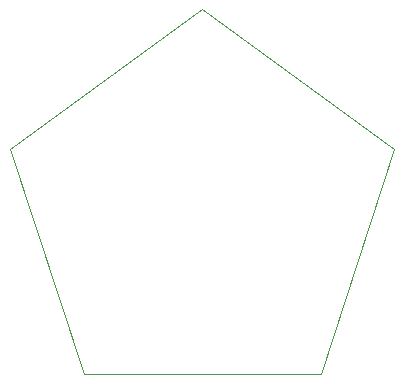
<source format=gbr>
%TF.GenerationSoftware,KiCad,Pcbnew,(5.1.9-0-10_14)*%
%TF.CreationDate,2021-12-13T14:59:41-05:00*%
%TF.ProjectId,dodecahedron_n4,646f6465-6361-4686-9564-726f6e5f6e34,rev?*%
%TF.SameCoordinates,Original*%
%TF.FileFunction,Profile,NP*%
%FSLAX46Y46*%
G04 Gerber Fmt 4.6, Leading zero omitted, Abs format (unit mm)*
G04 Created by KiCad (PCBNEW (5.1.9-0-10_14)) date 2021-12-13 14:59:41*
%MOMM*%
%LPD*%
G01*
G04 APERTURE LIST*
%TA.AperFunction,Profile*%
%ADD10C,0.100000*%
%TD*%
G04 APERTURE END LIST*
D10*
%TO.C,U2*%
X83820000Y-33822812D02*
X100068444Y-45627998D01*
X100068444Y-45627998D02*
X93862090Y-64729190D01*
X93862090Y-64729190D02*
X73777909Y-64729189D01*
X73777909Y-64729189D02*
X67571556Y-45627997D01*
X67571556Y-45627997D02*
X83820000Y-33822812D01*
%TD*%
M02*

</source>
